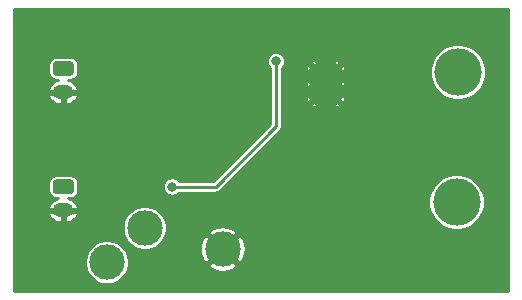
<source format=gbr>
G04 #@! TF.GenerationSoftware,KiCad,Pcbnew,(5.1.5)-3*
G04 #@! TF.CreationDate,2020-10-29T10:50:42+02:00*
G04 #@! TF.ProjectId,al8843,616c3838-3433-42e6-9b69-6361645f7063,rev?*
G04 #@! TF.SameCoordinates,Original*
G04 #@! TF.FileFunction,Copper,L2,Bot*
G04 #@! TF.FilePolarity,Positive*
%FSLAX46Y46*%
G04 Gerber Fmt 4.6, Leading zero omitted, Abs format (unit mm)*
G04 Created by KiCad (PCBNEW (5.1.5)-3) date 2020-10-29 10:50:42*
%MOMM*%
%LPD*%
G04 APERTURE LIST*
%ADD10C,0.100000*%
%ADD11O,1.750000X1.200000*%
%ADD12C,4.000000*%
%ADD13C,3.000000*%
%ADD14C,0.500000*%
%ADD15C,0.800000*%
%ADD16C,0.500000*%
%ADD17C,0.300000*%
%ADD18C,0.250000*%
%ADD19C,0.254000*%
G04 APERTURE END LIST*
G04 #@! TA.AperFunction,ComponentPad*
D10*
G36*
X124449505Y-34101204D02*
G01*
X124473773Y-34104804D01*
X124497572Y-34110765D01*
X124520671Y-34119030D01*
X124542850Y-34129520D01*
X124563893Y-34142132D01*
X124583599Y-34156747D01*
X124601777Y-34173223D01*
X124618253Y-34191401D01*
X124632868Y-34211107D01*
X124645480Y-34232150D01*
X124655970Y-34254329D01*
X124664235Y-34277428D01*
X124670196Y-34301227D01*
X124673796Y-34325495D01*
X124675000Y-34349999D01*
X124675000Y-35050001D01*
X124673796Y-35074505D01*
X124670196Y-35098773D01*
X124664235Y-35122572D01*
X124655970Y-35145671D01*
X124645480Y-35167850D01*
X124632868Y-35188893D01*
X124618253Y-35208599D01*
X124601777Y-35226777D01*
X124583599Y-35243253D01*
X124563893Y-35257868D01*
X124542850Y-35270480D01*
X124520671Y-35280970D01*
X124497572Y-35289235D01*
X124473773Y-35295196D01*
X124449505Y-35298796D01*
X124425001Y-35300000D01*
X123174999Y-35300000D01*
X123150495Y-35298796D01*
X123126227Y-35295196D01*
X123102428Y-35289235D01*
X123079329Y-35280970D01*
X123057150Y-35270480D01*
X123036107Y-35257868D01*
X123016401Y-35243253D01*
X122998223Y-35226777D01*
X122981747Y-35208599D01*
X122967132Y-35188893D01*
X122954520Y-35167850D01*
X122944030Y-35145671D01*
X122935765Y-35122572D01*
X122929804Y-35098773D01*
X122926204Y-35074505D01*
X122925000Y-35050001D01*
X122925000Y-34349999D01*
X122926204Y-34325495D01*
X122929804Y-34301227D01*
X122935765Y-34277428D01*
X122944030Y-34254329D01*
X122954520Y-34232150D01*
X122967132Y-34211107D01*
X122981747Y-34191401D01*
X122998223Y-34173223D01*
X123016401Y-34156747D01*
X123036107Y-34142132D01*
X123057150Y-34129520D01*
X123079329Y-34119030D01*
X123102428Y-34110765D01*
X123126227Y-34104804D01*
X123150495Y-34101204D01*
X123174999Y-34100000D01*
X124425001Y-34100000D01*
X124449505Y-34101204D01*
G37*
G04 #@! TD.AperFunction*
D11*
X123800000Y-36700000D03*
X123800000Y-46700000D03*
G04 #@! TA.AperFunction,ComponentPad*
D10*
G36*
X124449505Y-44101204D02*
G01*
X124473773Y-44104804D01*
X124497572Y-44110765D01*
X124520671Y-44119030D01*
X124542850Y-44129520D01*
X124563893Y-44142132D01*
X124583599Y-44156747D01*
X124601777Y-44173223D01*
X124618253Y-44191401D01*
X124632868Y-44211107D01*
X124645480Y-44232150D01*
X124655970Y-44254329D01*
X124664235Y-44277428D01*
X124670196Y-44301227D01*
X124673796Y-44325495D01*
X124675000Y-44349999D01*
X124675000Y-45050001D01*
X124673796Y-45074505D01*
X124670196Y-45098773D01*
X124664235Y-45122572D01*
X124655970Y-45145671D01*
X124645480Y-45167850D01*
X124632868Y-45188893D01*
X124618253Y-45208599D01*
X124601777Y-45226777D01*
X124583599Y-45243253D01*
X124563893Y-45257868D01*
X124542850Y-45270480D01*
X124520671Y-45280970D01*
X124497572Y-45289235D01*
X124473773Y-45295196D01*
X124449505Y-45298796D01*
X124425001Y-45300000D01*
X123174999Y-45300000D01*
X123150495Y-45298796D01*
X123126227Y-45295196D01*
X123102428Y-45289235D01*
X123079329Y-45280970D01*
X123057150Y-45270480D01*
X123036107Y-45257868D01*
X123016401Y-45243253D01*
X122998223Y-45226777D01*
X122981747Y-45208599D01*
X122967132Y-45188893D01*
X122954520Y-45167850D01*
X122944030Y-45145671D01*
X122935765Y-45122572D01*
X122929804Y-45098773D01*
X122926204Y-45074505D01*
X122925000Y-45050001D01*
X122925000Y-44349999D01*
X122926204Y-44325495D01*
X122929804Y-44301227D01*
X122935765Y-44277428D01*
X122944030Y-44254329D01*
X122954520Y-44232150D01*
X122967132Y-44211107D01*
X122981747Y-44191401D01*
X122998223Y-44173223D01*
X123016401Y-44156747D01*
X123036107Y-44142132D01*
X123057150Y-44129520D01*
X123079329Y-44119030D01*
X123102428Y-44110765D01*
X123126227Y-44104804D01*
X123150495Y-44101204D01*
X123174999Y-44100000D01*
X124425001Y-44100000D01*
X124449505Y-44101204D01*
G37*
G04 #@! TD.AperFunction*
D12*
X157200000Y-35000000D03*
X157100000Y-46000000D03*
D13*
X130700000Y-48200000D03*
X127500000Y-51100000D03*
X137300000Y-50000000D03*
D14*
X146955000Y-37300000D03*
X145045000Y-37300000D03*
X146955000Y-36000000D03*
X145045000Y-36000000D03*
X146955000Y-34700000D03*
X145045000Y-34700000D03*
G04 #@! TA.AperFunction,Conductor*
D10*
G36*
X146979506Y-34451204D02*
G01*
X147003774Y-34454804D01*
X147027573Y-34460765D01*
X147050672Y-34469030D01*
X147072850Y-34479519D01*
X147093893Y-34492132D01*
X147113599Y-34506747D01*
X147131777Y-34523223D01*
X147148253Y-34541401D01*
X147162868Y-34561107D01*
X147175481Y-34582150D01*
X147185970Y-34604328D01*
X147194235Y-34627427D01*
X147200196Y-34651226D01*
X147203796Y-34675494D01*
X147205000Y-34699998D01*
X147205000Y-37300002D01*
X147203796Y-37324506D01*
X147200196Y-37348774D01*
X147194235Y-37372573D01*
X147185970Y-37395672D01*
X147175481Y-37417850D01*
X147162868Y-37438893D01*
X147148253Y-37458599D01*
X147131777Y-37476777D01*
X147113599Y-37493253D01*
X147093893Y-37507868D01*
X147072850Y-37520481D01*
X147050672Y-37530970D01*
X147027573Y-37539235D01*
X147003774Y-37545196D01*
X146979506Y-37548796D01*
X146955002Y-37550000D01*
X145044998Y-37550000D01*
X145020494Y-37548796D01*
X144996226Y-37545196D01*
X144972427Y-37539235D01*
X144949328Y-37530970D01*
X144927150Y-37520481D01*
X144906107Y-37507868D01*
X144886401Y-37493253D01*
X144868223Y-37476777D01*
X144851747Y-37458599D01*
X144837132Y-37438893D01*
X144824519Y-37417850D01*
X144814030Y-37395672D01*
X144805765Y-37372573D01*
X144799804Y-37348774D01*
X144796204Y-37324506D01*
X144795000Y-37300002D01*
X144795000Y-34699998D01*
X144796204Y-34675494D01*
X144799804Y-34651226D01*
X144805765Y-34627427D01*
X144814030Y-34604328D01*
X144824519Y-34582150D01*
X144837132Y-34561107D01*
X144851747Y-34541401D01*
X144868223Y-34523223D01*
X144886401Y-34506747D01*
X144906107Y-34492132D01*
X144927150Y-34479519D01*
X144949328Y-34469030D01*
X144972427Y-34460765D01*
X144996226Y-34454804D01*
X145020494Y-34451204D01*
X145044998Y-34450000D01*
X146955002Y-34450000D01*
X146979506Y-34451204D01*
G37*
G04 #@! TD.AperFunction*
D15*
X137600000Y-38200000D03*
X140100000Y-38200000D03*
X138800000Y-38200000D03*
X127700000Y-38800000D03*
X130100000Y-38800000D03*
X128900000Y-38800000D03*
X150550000Y-38800000D03*
X151700000Y-38800000D03*
X153050000Y-38800000D03*
X153050000Y-37600000D03*
X151750000Y-37600000D03*
X150550000Y-37600000D03*
X150550000Y-36650000D03*
X151750000Y-36650000D03*
X153050000Y-36650000D03*
X141800000Y-34100000D03*
X133000000Y-44700000D03*
D16*
X146000000Y-36345000D02*
X145045000Y-37300000D01*
X146000000Y-36000000D02*
X146000000Y-36345000D01*
D17*
X150550000Y-38800000D02*
X151700000Y-38800000D01*
X153050000Y-38800000D02*
X153050000Y-37600000D01*
X151750000Y-37600000D02*
X150550000Y-37600000D01*
X150550000Y-36650000D02*
X151750000Y-36650000D01*
D18*
X133000000Y-44700000D02*
X136700000Y-44700000D01*
X141800000Y-39600000D02*
X141800000Y-34100000D01*
X136700000Y-44700000D02*
X141800000Y-39600000D01*
D19*
G36*
X161473000Y-53573000D02*
G01*
X119627000Y-53573000D01*
X119627000Y-50914738D01*
X125619000Y-50914738D01*
X125619000Y-51285262D01*
X125691286Y-51648667D01*
X125833080Y-51990987D01*
X126038932Y-52299067D01*
X126300933Y-52561068D01*
X126609013Y-52766920D01*
X126951333Y-52908714D01*
X127314738Y-52981000D01*
X127685262Y-52981000D01*
X128048667Y-52908714D01*
X128390987Y-52766920D01*
X128699067Y-52561068D01*
X128961068Y-52299067D01*
X129166920Y-51990987D01*
X129308714Y-51648667D01*
X129362602Y-51377752D01*
X136096197Y-51377752D01*
X136263666Y-51635653D01*
X136602679Y-51806403D01*
X136968489Y-51907734D01*
X137347040Y-51935751D01*
X137723782Y-51889379D01*
X138084239Y-51770400D01*
X138336334Y-51635653D01*
X138503803Y-51377752D01*
X137300000Y-50173948D01*
X136096197Y-51377752D01*
X129362602Y-51377752D01*
X129381000Y-51285262D01*
X129381000Y-50914738D01*
X129308714Y-50551333D01*
X129166920Y-50209013D01*
X128961068Y-49900933D01*
X128699067Y-49638932D01*
X128390987Y-49433080D01*
X128048667Y-49291286D01*
X127685262Y-49219000D01*
X127314738Y-49219000D01*
X126951333Y-49291286D01*
X126609013Y-49433080D01*
X126300933Y-49638932D01*
X126038932Y-49900933D01*
X125833080Y-50209013D01*
X125691286Y-50551333D01*
X125619000Y-50914738D01*
X119627000Y-50914738D01*
X119627000Y-48014738D01*
X128819000Y-48014738D01*
X128819000Y-48385262D01*
X128891286Y-48748667D01*
X129033080Y-49090987D01*
X129238932Y-49399067D01*
X129500933Y-49661068D01*
X129809013Y-49866920D01*
X130151333Y-50008714D01*
X130514738Y-50081000D01*
X130885262Y-50081000D01*
X131055989Y-50047040D01*
X135364249Y-50047040D01*
X135410621Y-50423782D01*
X135529600Y-50784239D01*
X135664347Y-51036334D01*
X135922248Y-51203803D01*
X137126052Y-50000000D01*
X137473948Y-50000000D01*
X138677752Y-51203803D01*
X138935653Y-51036334D01*
X139106403Y-50697321D01*
X139207734Y-50331511D01*
X139235751Y-49952960D01*
X139189379Y-49576218D01*
X139070400Y-49215761D01*
X138935653Y-48963666D01*
X138677752Y-48796197D01*
X137473948Y-50000000D01*
X137126052Y-50000000D01*
X135922248Y-48796197D01*
X135664347Y-48963666D01*
X135493597Y-49302679D01*
X135392266Y-49668489D01*
X135364249Y-50047040D01*
X131055989Y-50047040D01*
X131248667Y-50008714D01*
X131590987Y-49866920D01*
X131899067Y-49661068D01*
X132161068Y-49399067D01*
X132366920Y-49090987D01*
X132508714Y-48748667D01*
X132533860Y-48622248D01*
X136096197Y-48622248D01*
X137300000Y-49826052D01*
X138503803Y-48622248D01*
X138336334Y-48364347D01*
X137997321Y-48193597D01*
X137631511Y-48092266D01*
X137252960Y-48064249D01*
X136876218Y-48110621D01*
X136515761Y-48229600D01*
X136263666Y-48364347D01*
X136096197Y-48622248D01*
X132533860Y-48622248D01*
X132581000Y-48385262D01*
X132581000Y-48014738D01*
X132508714Y-47651333D01*
X132366920Y-47309013D01*
X132161068Y-47000933D01*
X131899067Y-46738932D01*
X131590987Y-46533080D01*
X131248667Y-46391286D01*
X130885262Y-46319000D01*
X130514738Y-46319000D01*
X130151333Y-46391286D01*
X129809013Y-46533080D01*
X129500933Y-46738932D01*
X129238932Y-47000933D01*
X129033080Y-47309013D01*
X128891286Y-47651333D01*
X128819000Y-48014738D01*
X119627000Y-48014738D01*
X119627000Y-46980987D01*
X122537187Y-46980987D01*
X122602746Y-47168300D01*
X122711828Y-47339224D01*
X122852159Y-47485584D01*
X123018347Y-47601754D01*
X123204006Y-47683270D01*
X123402000Y-47727000D01*
X123677000Y-47727000D01*
X123677000Y-46823000D01*
X123923000Y-46823000D01*
X123923000Y-47727000D01*
X124198000Y-47727000D01*
X124395994Y-47683270D01*
X124581653Y-47601754D01*
X124747841Y-47485584D01*
X124888172Y-47339224D01*
X124997254Y-47168300D01*
X125062813Y-46980987D01*
X124986993Y-46823000D01*
X123923000Y-46823000D01*
X123677000Y-46823000D01*
X122613007Y-46823000D01*
X122537187Y-46980987D01*
X119627000Y-46980987D01*
X119627000Y-46419013D01*
X122537187Y-46419013D01*
X122613007Y-46577000D01*
X123677000Y-46577000D01*
X123677000Y-46557000D01*
X123923000Y-46557000D01*
X123923000Y-46577000D01*
X124986993Y-46577000D01*
X125062813Y-46419013D01*
X124997254Y-46231700D01*
X124888172Y-46060776D01*
X124747841Y-45914416D01*
X124581653Y-45798246D01*
X124507054Y-45765492D01*
X154719000Y-45765492D01*
X154719000Y-46234508D01*
X154810500Y-46694512D01*
X154989985Y-47127827D01*
X155250556Y-47517799D01*
X155582201Y-47849444D01*
X155972173Y-48110015D01*
X156405488Y-48289500D01*
X156865492Y-48381000D01*
X157334508Y-48381000D01*
X157794512Y-48289500D01*
X158227827Y-48110015D01*
X158617799Y-47849444D01*
X158949444Y-47517799D01*
X159210015Y-47127827D01*
X159389500Y-46694512D01*
X159481000Y-46234508D01*
X159481000Y-45765492D01*
X159389500Y-45305488D01*
X159210015Y-44872173D01*
X158949444Y-44482201D01*
X158617799Y-44150556D01*
X158227827Y-43889985D01*
X157794512Y-43710500D01*
X157334508Y-43619000D01*
X156865492Y-43619000D01*
X156405488Y-43710500D01*
X155972173Y-43889985D01*
X155582201Y-44150556D01*
X155250556Y-44482201D01*
X154989985Y-44872173D01*
X154810500Y-45305488D01*
X154719000Y-45765492D01*
X124507054Y-45765492D01*
X124395994Y-45716730D01*
X124242566Y-45682843D01*
X124425001Y-45682843D01*
X124548462Y-45670683D01*
X124667179Y-45634671D01*
X124776589Y-45576190D01*
X124872488Y-45497488D01*
X124951190Y-45401589D01*
X125009671Y-45292179D01*
X125045683Y-45173462D01*
X125057843Y-45050001D01*
X125057843Y-44623078D01*
X132219000Y-44623078D01*
X132219000Y-44776922D01*
X132249013Y-44927809D01*
X132307887Y-45069942D01*
X132393358Y-45197859D01*
X132502141Y-45306642D01*
X132630058Y-45392113D01*
X132772191Y-45450987D01*
X132923078Y-45481000D01*
X133076922Y-45481000D01*
X133227809Y-45450987D01*
X133369942Y-45392113D01*
X133497859Y-45306642D01*
X133598501Y-45206000D01*
X136675154Y-45206000D01*
X136700000Y-45208447D01*
X136724846Y-45206000D01*
X136724854Y-45206000D01*
X136799193Y-45198678D01*
X136894575Y-45169745D01*
X136982479Y-45122759D01*
X137059527Y-45059527D01*
X137075376Y-45040215D01*
X142140220Y-39975372D01*
X142159527Y-39959527D01*
X142222759Y-39882479D01*
X142269745Y-39794575D01*
X142298678Y-39699193D01*
X142306000Y-39624854D01*
X142306000Y-39624847D01*
X142308447Y-39600001D01*
X142306000Y-39575155D01*
X142306000Y-37783082D01*
X144735866Y-37783082D01*
X144751243Y-37913581D01*
X144876592Y-37959101D01*
X145008412Y-37979291D01*
X145141638Y-37973377D01*
X145271150Y-37941586D01*
X145338757Y-37913581D01*
X145354134Y-37783082D01*
X146645866Y-37783082D01*
X146661243Y-37913581D01*
X146786592Y-37959101D01*
X146918412Y-37979291D01*
X147051638Y-37973377D01*
X147181150Y-37941586D01*
X147248757Y-37913581D01*
X147264134Y-37783082D01*
X146955000Y-37473948D01*
X146645866Y-37783082D01*
X145354134Y-37783082D01*
X145045000Y-37473948D01*
X144735866Y-37783082D01*
X142306000Y-37783082D01*
X142306000Y-37263412D01*
X144365709Y-37263412D01*
X144371623Y-37396638D01*
X144403414Y-37526150D01*
X144431419Y-37593757D01*
X144561918Y-37609134D01*
X144871052Y-37300000D01*
X145218948Y-37300000D01*
X145528082Y-37609134D01*
X145658581Y-37593757D01*
X145704101Y-37468408D01*
X145724291Y-37336588D01*
X145721043Y-37263412D01*
X146275709Y-37263412D01*
X146281623Y-37396638D01*
X146313414Y-37526150D01*
X146341419Y-37593757D01*
X146471918Y-37609134D01*
X146781052Y-37300000D01*
X147128948Y-37300000D01*
X147438082Y-37609134D01*
X147568581Y-37593757D01*
X147614101Y-37468408D01*
X147634291Y-37336588D01*
X147628377Y-37203362D01*
X147596586Y-37073850D01*
X147568581Y-37006243D01*
X147438082Y-36990866D01*
X147128948Y-37300000D01*
X146781052Y-37300000D01*
X146471918Y-36990866D01*
X146341419Y-37006243D01*
X146295899Y-37131592D01*
X146275709Y-37263412D01*
X145721043Y-37263412D01*
X145718377Y-37203362D01*
X145686586Y-37073850D01*
X145658581Y-37006243D01*
X145528082Y-36990866D01*
X145218948Y-37300000D01*
X144871052Y-37300000D01*
X144561918Y-36990866D01*
X144431419Y-37006243D01*
X144385899Y-37131592D01*
X144365709Y-37263412D01*
X142306000Y-37263412D01*
X142306000Y-36483082D01*
X144735866Y-36483082D01*
X144751243Y-36613581D01*
X144852175Y-36650234D01*
X144818850Y-36658414D01*
X144751243Y-36686419D01*
X144735866Y-36816918D01*
X145045000Y-37126052D01*
X145354134Y-36816918D01*
X145338757Y-36686419D01*
X145237825Y-36649766D01*
X145271150Y-36641586D01*
X145338757Y-36613581D01*
X145354134Y-36483082D01*
X146645866Y-36483082D01*
X146661243Y-36613581D01*
X146762175Y-36650234D01*
X146728850Y-36658414D01*
X146661243Y-36686419D01*
X146645866Y-36816918D01*
X146955000Y-37126052D01*
X147264134Y-36816918D01*
X147248757Y-36686419D01*
X147147825Y-36649766D01*
X147181150Y-36641586D01*
X147248757Y-36613581D01*
X147264134Y-36483082D01*
X146955000Y-36173948D01*
X146645866Y-36483082D01*
X145354134Y-36483082D01*
X145045000Y-36173948D01*
X144735866Y-36483082D01*
X142306000Y-36483082D01*
X142306000Y-35963412D01*
X144365709Y-35963412D01*
X144371623Y-36096638D01*
X144403414Y-36226150D01*
X144431419Y-36293757D01*
X144561918Y-36309134D01*
X144871052Y-36000000D01*
X145218948Y-36000000D01*
X145528082Y-36309134D01*
X145658581Y-36293757D01*
X145704101Y-36168408D01*
X145724291Y-36036588D01*
X145721043Y-35963412D01*
X146275709Y-35963412D01*
X146281623Y-36096638D01*
X146313414Y-36226150D01*
X146341419Y-36293757D01*
X146471918Y-36309134D01*
X146781052Y-36000000D01*
X147128948Y-36000000D01*
X147438082Y-36309134D01*
X147568581Y-36293757D01*
X147614101Y-36168408D01*
X147634291Y-36036588D01*
X147628377Y-35903362D01*
X147596586Y-35773850D01*
X147568581Y-35706243D01*
X147438082Y-35690866D01*
X147128948Y-36000000D01*
X146781052Y-36000000D01*
X146471918Y-35690866D01*
X146341419Y-35706243D01*
X146295899Y-35831592D01*
X146275709Y-35963412D01*
X145721043Y-35963412D01*
X145718377Y-35903362D01*
X145686586Y-35773850D01*
X145658581Y-35706243D01*
X145528082Y-35690866D01*
X145218948Y-36000000D01*
X144871052Y-36000000D01*
X144561918Y-35690866D01*
X144431419Y-35706243D01*
X144385899Y-35831592D01*
X144365709Y-35963412D01*
X142306000Y-35963412D01*
X142306000Y-35183082D01*
X144735866Y-35183082D01*
X144751243Y-35313581D01*
X144852175Y-35350234D01*
X144818850Y-35358414D01*
X144751243Y-35386419D01*
X144735866Y-35516918D01*
X145045000Y-35826052D01*
X145354134Y-35516918D01*
X145338757Y-35386419D01*
X145237825Y-35349766D01*
X145271150Y-35341586D01*
X145338757Y-35313581D01*
X145354134Y-35183082D01*
X146645866Y-35183082D01*
X146661243Y-35313581D01*
X146762175Y-35350234D01*
X146728850Y-35358414D01*
X146661243Y-35386419D01*
X146645866Y-35516918D01*
X146955000Y-35826052D01*
X147264134Y-35516918D01*
X147248757Y-35386419D01*
X147147825Y-35349766D01*
X147181150Y-35341586D01*
X147248757Y-35313581D01*
X147264134Y-35183082D01*
X146955000Y-34873948D01*
X146645866Y-35183082D01*
X145354134Y-35183082D01*
X145045000Y-34873948D01*
X144735866Y-35183082D01*
X142306000Y-35183082D01*
X142306000Y-34698501D01*
X142341089Y-34663412D01*
X144365709Y-34663412D01*
X144371623Y-34796638D01*
X144403414Y-34926150D01*
X144431419Y-34993757D01*
X144561918Y-35009134D01*
X144871052Y-34700000D01*
X145218948Y-34700000D01*
X145528082Y-35009134D01*
X145658581Y-34993757D01*
X145704101Y-34868408D01*
X145724291Y-34736588D01*
X145721043Y-34663412D01*
X146275709Y-34663412D01*
X146281623Y-34796638D01*
X146313414Y-34926150D01*
X146341419Y-34993757D01*
X146471918Y-35009134D01*
X146781052Y-34700000D01*
X147128948Y-34700000D01*
X147438082Y-35009134D01*
X147568581Y-34993757D01*
X147614101Y-34868408D01*
X147629863Y-34765492D01*
X154819000Y-34765492D01*
X154819000Y-35234508D01*
X154910500Y-35694512D01*
X155089985Y-36127827D01*
X155350556Y-36517799D01*
X155682201Y-36849444D01*
X156072173Y-37110015D01*
X156505488Y-37289500D01*
X156965492Y-37381000D01*
X157434508Y-37381000D01*
X157894512Y-37289500D01*
X158327827Y-37110015D01*
X158717799Y-36849444D01*
X159049444Y-36517799D01*
X159310015Y-36127827D01*
X159489500Y-35694512D01*
X159581000Y-35234508D01*
X159581000Y-34765492D01*
X159489500Y-34305488D01*
X159310015Y-33872173D01*
X159049444Y-33482201D01*
X158717799Y-33150556D01*
X158327827Y-32889985D01*
X157894512Y-32710500D01*
X157434508Y-32619000D01*
X156965492Y-32619000D01*
X156505488Y-32710500D01*
X156072173Y-32889985D01*
X155682201Y-33150556D01*
X155350556Y-33482201D01*
X155089985Y-33872173D01*
X154910500Y-34305488D01*
X154819000Y-34765492D01*
X147629863Y-34765492D01*
X147634291Y-34736588D01*
X147628377Y-34603362D01*
X147596586Y-34473850D01*
X147568581Y-34406243D01*
X147438082Y-34390866D01*
X147128948Y-34700000D01*
X146781052Y-34700000D01*
X146471918Y-34390866D01*
X146341419Y-34406243D01*
X146295899Y-34531592D01*
X146275709Y-34663412D01*
X145721043Y-34663412D01*
X145718377Y-34603362D01*
X145686586Y-34473850D01*
X145658581Y-34406243D01*
X145528082Y-34390866D01*
X145218948Y-34700000D01*
X144871052Y-34700000D01*
X144561918Y-34390866D01*
X144431419Y-34406243D01*
X144385899Y-34531592D01*
X144365709Y-34663412D01*
X142341089Y-34663412D01*
X142406642Y-34597859D01*
X142492113Y-34469942D01*
X142550987Y-34327809D01*
X142573044Y-34216918D01*
X144735866Y-34216918D01*
X145045000Y-34526052D01*
X145354134Y-34216918D01*
X146645866Y-34216918D01*
X146955000Y-34526052D01*
X147264134Y-34216918D01*
X147248757Y-34086419D01*
X147123408Y-34040899D01*
X146991588Y-34020709D01*
X146858362Y-34026623D01*
X146728850Y-34058414D01*
X146661243Y-34086419D01*
X146645866Y-34216918D01*
X145354134Y-34216918D01*
X145338757Y-34086419D01*
X145213408Y-34040899D01*
X145081588Y-34020709D01*
X144948362Y-34026623D01*
X144818850Y-34058414D01*
X144751243Y-34086419D01*
X144735866Y-34216918D01*
X142573044Y-34216918D01*
X142581000Y-34176922D01*
X142581000Y-34023078D01*
X142550987Y-33872191D01*
X142492113Y-33730058D01*
X142406642Y-33602141D01*
X142297859Y-33493358D01*
X142169942Y-33407887D01*
X142027809Y-33349013D01*
X141876922Y-33319000D01*
X141723078Y-33319000D01*
X141572191Y-33349013D01*
X141430058Y-33407887D01*
X141302141Y-33493358D01*
X141193358Y-33602141D01*
X141107887Y-33730058D01*
X141049013Y-33872191D01*
X141019000Y-34023078D01*
X141019000Y-34176922D01*
X141049013Y-34327809D01*
X141107887Y-34469942D01*
X141193358Y-34597859D01*
X141294001Y-34698502D01*
X141294000Y-39390408D01*
X136490409Y-44194000D01*
X133598501Y-44194000D01*
X133497859Y-44093358D01*
X133369942Y-44007887D01*
X133227809Y-43949013D01*
X133076922Y-43919000D01*
X132923078Y-43919000D01*
X132772191Y-43949013D01*
X132630058Y-44007887D01*
X132502141Y-44093358D01*
X132393358Y-44202141D01*
X132307887Y-44330058D01*
X132249013Y-44472191D01*
X132219000Y-44623078D01*
X125057843Y-44623078D01*
X125057843Y-44349999D01*
X125045683Y-44226538D01*
X125009671Y-44107821D01*
X124951190Y-43998411D01*
X124872488Y-43902512D01*
X124776589Y-43823810D01*
X124667179Y-43765329D01*
X124548462Y-43729317D01*
X124425001Y-43717157D01*
X123174999Y-43717157D01*
X123051538Y-43729317D01*
X122932821Y-43765329D01*
X122823411Y-43823810D01*
X122727512Y-43902512D01*
X122648810Y-43998411D01*
X122590329Y-44107821D01*
X122554317Y-44226538D01*
X122542157Y-44349999D01*
X122542157Y-45050001D01*
X122554317Y-45173462D01*
X122590329Y-45292179D01*
X122648810Y-45401589D01*
X122727512Y-45497488D01*
X122823411Y-45576190D01*
X122932821Y-45634671D01*
X123051538Y-45670683D01*
X123174999Y-45682843D01*
X123357434Y-45682843D01*
X123204006Y-45716730D01*
X123018347Y-45798246D01*
X122852159Y-45914416D01*
X122711828Y-46060776D01*
X122602746Y-46231700D01*
X122537187Y-46419013D01*
X119627000Y-46419013D01*
X119627000Y-36980987D01*
X122537187Y-36980987D01*
X122602746Y-37168300D01*
X122711828Y-37339224D01*
X122852159Y-37485584D01*
X123018347Y-37601754D01*
X123204006Y-37683270D01*
X123402000Y-37727000D01*
X123677000Y-37727000D01*
X123677000Y-36823000D01*
X123923000Y-36823000D01*
X123923000Y-37727000D01*
X124198000Y-37727000D01*
X124395994Y-37683270D01*
X124581653Y-37601754D01*
X124747841Y-37485584D01*
X124888172Y-37339224D01*
X124997254Y-37168300D01*
X125062813Y-36980987D01*
X124986993Y-36823000D01*
X123923000Y-36823000D01*
X123677000Y-36823000D01*
X122613007Y-36823000D01*
X122537187Y-36980987D01*
X119627000Y-36980987D01*
X119627000Y-36419013D01*
X122537187Y-36419013D01*
X122613007Y-36577000D01*
X123677000Y-36577000D01*
X123677000Y-36557000D01*
X123923000Y-36557000D01*
X123923000Y-36577000D01*
X124986993Y-36577000D01*
X125062813Y-36419013D01*
X124997254Y-36231700D01*
X124888172Y-36060776D01*
X124747841Y-35914416D01*
X124581653Y-35798246D01*
X124395994Y-35716730D01*
X124242566Y-35682843D01*
X124425001Y-35682843D01*
X124548462Y-35670683D01*
X124667179Y-35634671D01*
X124776589Y-35576190D01*
X124872488Y-35497488D01*
X124951190Y-35401589D01*
X125009671Y-35292179D01*
X125045683Y-35173462D01*
X125057843Y-35050001D01*
X125057843Y-34349999D01*
X125045683Y-34226538D01*
X125009671Y-34107821D01*
X124951190Y-33998411D01*
X124872488Y-33902512D01*
X124776589Y-33823810D01*
X124667179Y-33765329D01*
X124548462Y-33729317D01*
X124425001Y-33717157D01*
X123174999Y-33717157D01*
X123051538Y-33729317D01*
X122932821Y-33765329D01*
X122823411Y-33823810D01*
X122727512Y-33902512D01*
X122648810Y-33998411D01*
X122590329Y-34107821D01*
X122554317Y-34226538D01*
X122542157Y-34349999D01*
X122542157Y-35050001D01*
X122554317Y-35173462D01*
X122590329Y-35292179D01*
X122648810Y-35401589D01*
X122727512Y-35497488D01*
X122823411Y-35576190D01*
X122932821Y-35634671D01*
X123051538Y-35670683D01*
X123174999Y-35682843D01*
X123357434Y-35682843D01*
X123204006Y-35716730D01*
X123018347Y-35798246D01*
X122852159Y-35914416D01*
X122711828Y-36060776D01*
X122602746Y-36231700D01*
X122537187Y-36419013D01*
X119627000Y-36419013D01*
X119627000Y-29627000D01*
X161473000Y-29627000D01*
X161473000Y-53573000D01*
G37*
X161473000Y-53573000D02*
X119627000Y-53573000D01*
X119627000Y-50914738D01*
X125619000Y-50914738D01*
X125619000Y-51285262D01*
X125691286Y-51648667D01*
X125833080Y-51990987D01*
X126038932Y-52299067D01*
X126300933Y-52561068D01*
X126609013Y-52766920D01*
X126951333Y-52908714D01*
X127314738Y-52981000D01*
X127685262Y-52981000D01*
X128048667Y-52908714D01*
X128390987Y-52766920D01*
X128699067Y-52561068D01*
X128961068Y-52299067D01*
X129166920Y-51990987D01*
X129308714Y-51648667D01*
X129362602Y-51377752D01*
X136096197Y-51377752D01*
X136263666Y-51635653D01*
X136602679Y-51806403D01*
X136968489Y-51907734D01*
X137347040Y-51935751D01*
X137723782Y-51889379D01*
X138084239Y-51770400D01*
X138336334Y-51635653D01*
X138503803Y-51377752D01*
X137300000Y-50173948D01*
X136096197Y-51377752D01*
X129362602Y-51377752D01*
X129381000Y-51285262D01*
X129381000Y-50914738D01*
X129308714Y-50551333D01*
X129166920Y-50209013D01*
X128961068Y-49900933D01*
X128699067Y-49638932D01*
X128390987Y-49433080D01*
X128048667Y-49291286D01*
X127685262Y-49219000D01*
X127314738Y-49219000D01*
X126951333Y-49291286D01*
X126609013Y-49433080D01*
X126300933Y-49638932D01*
X126038932Y-49900933D01*
X125833080Y-50209013D01*
X125691286Y-50551333D01*
X125619000Y-50914738D01*
X119627000Y-50914738D01*
X119627000Y-48014738D01*
X128819000Y-48014738D01*
X128819000Y-48385262D01*
X128891286Y-48748667D01*
X129033080Y-49090987D01*
X129238932Y-49399067D01*
X129500933Y-49661068D01*
X129809013Y-49866920D01*
X130151333Y-50008714D01*
X130514738Y-50081000D01*
X130885262Y-50081000D01*
X131055989Y-50047040D01*
X135364249Y-50047040D01*
X135410621Y-50423782D01*
X135529600Y-50784239D01*
X135664347Y-51036334D01*
X135922248Y-51203803D01*
X137126052Y-50000000D01*
X137473948Y-50000000D01*
X138677752Y-51203803D01*
X138935653Y-51036334D01*
X139106403Y-50697321D01*
X139207734Y-50331511D01*
X139235751Y-49952960D01*
X139189379Y-49576218D01*
X139070400Y-49215761D01*
X138935653Y-48963666D01*
X138677752Y-48796197D01*
X137473948Y-50000000D01*
X137126052Y-50000000D01*
X135922248Y-48796197D01*
X135664347Y-48963666D01*
X135493597Y-49302679D01*
X135392266Y-49668489D01*
X135364249Y-50047040D01*
X131055989Y-50047040D01*
X131248667Y-50008714D01*
X131590987Y-49866920D01*
X131899067Y-49661068D01*
X132161068Y-49399067D01*
X132366920Y-49090987D01*
X132508714Y-48748667D01*
X132533860Y-48622248D01*
X136096197Y-48622248D01*
X137300000Y-49826052D01*
X138503803Y-48622248D01*
X138336334Y-48364347D01*
X137997321Y-48193597D01*
X137631511Y-48092266D01*
X137252960Y-48064249D01*
X136876218Y-48110621D01*
X136515761Y-48229600D01*
X136263666Y-48364347D01*
X136096197Y-48622248D01*
X132533860Y-48622248D01*
X132581000Y-48385262D01*
X132581000Y-48014738D01*
X132508714Y-47651333D01*
X132366920Y-47309013D01*
X132161068Y-47000933D01*
X131899067Y-46738932D01*
X131590987Y-46533080D01*
X131248667Y-46391286D01*
X130885262Y-46319000D01*
X130514738Y-46319000D01*
X130151333Y-46391286D01*
X129809013Y-46533080D01*
X129500933Y-46738932D01*
X129238932Y-47000933D01*
X129033080Y-47309013D01*
X128891286Y-47651333D01*
X128819000Y-48014738D01*
X119627000Y-48014738D01*
X119627000Y-46980987D01*
X122537187Y-46980987D01*
X122602746Y-47168300D01*
X122711828Y-47339224D01*
X122852159Y-47485584D01*
X123018347Y-47601754D01*
X123204006Y-47683270D01*
X123402000Y-47727000D01*
X123677000Y-47727000D01*
X123677000Y-46823000D01*
X123923000Y-46823000D01*
X123923000Y-47727000D01*
X124198000Y-47727000D01*
X124395994Y-47683270D01*
X124581653Y-47601754D01*
X124747841Y-47485584D01*
X124888172Y-47339224D01*
X124997254Y-47168300D01*
X125062813Y-46980987D01*
X124986993Y-46823000D01*
X123923000Y-46823000D01*
X123677000Y-46823000D01*
X122613007Y-46823000D01*
X122537187Y-46980987D01*
X119627000Y-46980987D01*
X119627000Y-46419013D01*
X122537187Y-46419013D01*
X122613007Y-46577000D01*
X123677000Y-46577000D01*
X123677000Y-46557000D01*
X123923000Y-46557000D01*
X123923000Y-46577000D01*
X124986993Y-46577000D01*
X125062813Y-46419013D01*
X124997254Y-46231700D01*
X124888172Y-46060776D01*
X124747841Y-45914416D01*
X124581653Y-45798246D01*
X124507054Y-45765492D01*
X154719000Y-45765492D01*
X154719000Y-46234508D01*
X154810500Y-46694512D01*
X154989985Y-47127827D01*
X155250556Y-47517799D01*
X155582201Y-47849444D01*
X155972173Y-48110015D01*
X156405488Y-48289500D01*
X156865492Y-48381000D01*
X157334508Y-48381000D01*
X157794512Y-48289500D01*
X158227827Y-48110015D01*
X158617799Y-47849444D01*
X158949444Y-47517799D01*
X159210015Y-47127827D01*
X159389500Y-46694512D01*
X159481000Y-46234508D01*
X159481000Y-45765492D01*
X159389500Y-45305488D01*
X159210015Y-44872173D01*
X158949444Y-44482201D01*
X158617799Y-44150556D01*
X158227827Y-43889985D01*
X157794512Y-43710500D01*
X157334508Y-43619000D01*
X156865492Y-43619000D01*
X156405488Y-43710500D01*
X155972173Y-43889985D01*
X155582201Y-44150556D01*
X155250556Y-44482201D01*
X154989985Y-44872173D01*
X154810500Y-45305488D01*
X154719000Y-45765492D01*
X124507054Y-45765492D01*
X124395994Y-45716730D01*
X124242566Y-45682843D01*
X124425001Y-45682843D01*
X124548462Y-45670683D01*
X124667179Y-45634671D01*
X124776589Y-45576190D01*
X124872488Y-45497488D01*
X124951190Y-45401589D01*
X125009671Y-45292179D01*
X125045683Y-45173462D01*
X125057843Y-45050001D01*
X125057843Y-44623078D01*
X132219000Y-44623078D01*
X132219000Y-44776922D01*
X132249013Y-44927809D01*
X132307887Y-45069942D01*
X132393358Y-45197859D01*
X132502141Y-45306642D01*
X132630058Y-45392113D01*
X132772191Y-45450987D01*
X132923078Y-45481000D01*
X133076922Y-45481000D01*
X133227809Y-45450987D01*
X133369942Y-45392113D01*
X133497859Y-45306642D01*
X133598501Y-45206000D01*
X136675154Y-45206000D01*
X136700000Y-45208447D01*
X136724846Y-45206000D01*
X136724854Y-45206000D01*
X136799193Y-45198678D01*
X136894575Y-45169745D01*
X136982479Y-45122759D01*
X137059527Y-45059527D01*
X137075376Y-45040215D01*
X142140220Y-39975372D01*
X142159527Y-39959527D01*
X142222759Y-39882479D01*
X142269745Y-39794575D01*
X142298678Y-39699193D01*
X142306000Y-39624854D01*
X142306000Y-39624847D01*
X142308447Y-39600001D01*
X142306000Y-39575155D01*
X142306000Y-37783082D01*
X144735866Y-37783082D01*
X144751243Y-37913581D01*
X144876592Y-37959101D01*
X145008412Y-37979291D01*
X145141638Y-37973377D01*
X145271150Y-37941586D01*
X145338757Y-37913581D01*
X145354134Y-37783082D01*
X146645866Y-37783082D01*
X146661243Y-37913581D01*
X146786592Y-37959101D01*
X146918412Y-37979291D01*
X147051638Y-37973377D01*
X147181150Y-37941586D01*
X147248757Y-37913581D01*
X147264134Y-37783082D01*
X146955000Y-37473948D01*
X146645866Y-37783082D01*
X145354134Y-37783082D01*
X145045000Y-37473948D01*
X144735866Y-37783082D01*
X142306000Y-37783082D01*
X142306000Y-37263412D01*
X144365709Y-37263412D01*
X144371623Y-37396638D01*
X144403414Y-37526150D01*
X144431419Y-37593757D01*
X144561918Y-37609134D01*
X144871052Y-37300000D01*
X145218948Y-37300000D01*
X145528082Y-37609134D01*
X145658581Y-37593757D01*
X145704101Y-37468408D01*
X145724291Y-37336588D01*
X145721043Y-37263412D01*
X146275709Y-37263412D01*
X146281623Y-37396638D01*
X146313414Y-37526150D01*
X146341419Y-37593757D01*
X146471918Y-37609134D01*
X146781052Y-37300000D01*
X147128948Y-37300000D01*
X147438082Y-37609134D01*
X147568581Y-37593757D01*
X147614101Y-37468408D01*
X147634291Y-37336588D01*
X147628377Y-37203362D01*
X147596586Y-37073850D01*
X147568581Y-37006243D01*
X147438082Y-36990866D01*
X147128948Y-37300000D01*
X146781052Y-37300000D01*
X146471918Y-36990866D01*
X146341419Y-37006243D01*
X146295899Y-37131592D01*
X146275709Y-37263412D01*
X145721043Y-37263412D01*
X145718377Y-37203362D01*
X145686586Y-37073850D01*
X145658581Y-37006243D01*
X145528082Y-36990866D01*
X145218948Y-37300000D01*
X144871052Y-37300000D01*
X144561918Y-36990866D01*
X144431419Y-37006243D01*
X144385899Y-37131592D01*
X144365709Y-37263412D01*
X142306000Y-37263412D01*
X142306000Y-36483082D01*
X144735866Y-36483082D01*
X144751243Y-36613581D01*
X144852175Y-36650234D01*
X144818850Y-36658414D01*
X144751243Y-36686419D01*
X144735866Y-36816918D01*
X145045000Y-37126052D01*
X145354134Y-36816918D01*
X145338757Y-36686419D01*
X145237825Y-36649766D01*
X145271150Y-36641586D01*
X145338757Y-36613581D01*
X145354134Y-36483082D01*
X146645866Y-36483082D01*
X146661243Y-36613581D01*
X146762175Y-36650234D01*
X146728850Y-36658414D01*
X146661243Y-36686419D01*
X146645866Y-36816918D01*
X146955000Y-37126052D01*
X147264134Y-36816918D01*
X147248757Y-36686419D01*
X147147825Y-36649766D01*
X147181150Y-36641586D01*
X147248757Y-36613581D01*
X147264134Y-36483082D01*
X146955000Y-36173948D01*
X146645866Y-36483082D01*
X145354134Y-36483082D01*
X145045000Y-36173948D01*
X144735866Y-36483082D01*
X142306000Y-36483082D01*
X142306000Y-35963412D01*
X144365709Y-35963412D01*
X144371623Y-36096638D01*
X144403414Y-36226150D01*
X144431419Y-36293757D01*
X144561918Y-36309134D01*
X144871052Y-36000000D01*
X145218948Y-36000000D01*
X145528082Y-36309134D01*
X145658581Y-36293757D01*
X145704101Y-36168408D01*
X145724291Y-36036588D01*
X145721043Y-35963412D01*
X146275709Y-35963412D01*
X146281623Y-36096638D01*
X146313414Y-36226150D01*
X146341419Y-36293757D01*
X146471918Y-36309134D01*
X146781052Y-36000000D01*
X147128948Y-36000000D01*
X147438082Y-36309134D01*
X147568581Y-36293757D01*
X147614101Y-36168408D01*
X147634291Y-36036588D01*
X147628377Y-35903362D01*
X147596586Y-35773850D01*
X147568581Y-35706243D01*
X147438082Y-35690866D01*
X147128948Y-36000000D01*
X146781052Y-36000000D01*
X146471918Y-35690866D01*
X146341419Y-35706243D01*
X146295899Y-35831592D01*
X146275709Y-35963412D01*
X145721043Y-35963412D01*
X145718377Y-35903362D01*
X145686586Y-35773850D01*
X145658581Y-35706243D01*
X145528082Y-35690866D01*
X145218948Y-36000000D01*
X144871052Y-36000000D01*
X144561918Y-35690866D01*
X144431419Y-35706243D01*
X144385899Y-35831592D01*
X144365709Y-35963412D01*
X142306000Y-35963412D01*
X142306000Y-35183082D01*
X144735866Y-35183082D01*
X144751243Y-35313581D01*
X144852175Y-35350234D01*
X144818850Y-35358414D01*
X144751243Y-35386419D01*
X144735866Y-35516918D01*
X145045000Y-35826052D01*
X145354134Y-35516918D01*
X145338757Y-35386419D01*
X145237825Y-35349766D01*
X145271150Y-35341586D01*
X145338757Y-35313581D01*
X145354134Y-35183082D01*
X146645866Y-35183082D01*
X146661243Y-35313581D01*
X146762175Y-35350234D01*
X146728850Y-35358414D01*
X146661243Y-35386419D01*
X146645866Y-35516918D01*
X146955000Y-35826052D01*
X147264134Y-35516918D01*
X147248757Y-35386419D01*
X147147825Y-35349766D01*
X147181150Y-35341586D01*
X147248757Y-35313581D01*
X147264134Y-35183082D01*
X146955000Y-34873948D01*
X146645866Y-35183082D01*
X145354134Y-35183082D01*
X145045000Y-34873948D01*
X144735866Y-35183082D01*
X142306000Y-35183082D01*
X142306000Y-34698501D01*
X142341089Y-34663412D01*
X144365709Y-34663412D01*
X144371623Y-34796638D01*
X144403414Y-34926150D01*
X144431419Y-34993757D01*
X144561918Y-35009134D01*
X144871052Y-34700000D01*
X145218948Y-34700000D01*
X145528082Y-35009134D01*
X145658581Y-34993757D01*
X145704101Y-34868408D01*
X145724291Y-34736588D01*
X145721043Y-34663412D01*
X146275709Y-34663412D01*
X146281623Y-34796638D01*
X146313414Y-34926150D01*
X146341419Y-34993757D01*
X146471918Y-35009134D01*
X146781052Y-34700000D01*
X147128948Y-34700000D01*
X147438082Y-35009134D01*
X147568581Y-34993757D01*
X147614101Y-34868408D01*
X147629863Y-34765492D01*
X154819000Y-34765492D01*
X154819000Y-35234508D01*
X154910500Y-35694512D01*
X155089985Y-36127827D01*
X155350556Y-36517799D01*
X155682201Y-36849444D01*
X156072173Y-37110015D01*
X156505488Y-37289500D01*
X156965492Y-37381000D01*
X157434508Y-37381000D01*
X157894512Y-37289500D01*
X158327827Y-37110015D01*
X158717799Y-36849444D01*
X159049444Y-36517799D01*
X159310015Y-36127827D01*
X159489500Y-35694512D01*
X159581000Y-35234508D01*
X159581000Y-34765492D01*
X159489500Y-34305488D01*
X159310015Y-33872173D01*
X159049444Y-33482201D01*
X158717799Y-33150556D01*
X158327827Y-32889985D01*
X157894512Y-32710500D01*
X157434508Y-32619000D01*
X156965492Y-32619000D01*
X156505488Y-32710500D01*
X156072173Y-32889985D01*
X155682201Y-33150556D01*
X155350556Y-33482201D01*
X155089985Y-33872173D01*
X154910500Y-34305488D01*
X154819000Y-34765492D01*
X147629863Y-34765492D01*
X147634291Y-34736588D01*
X147628377Y-34603362D01*
X147596586Y-34473850D01*
X147568581Y-34406243D01*
X147438082Y-34390866D01*
X147128948Y-34700000D01*
X146781052Y-34700000D01*
X146471918Y-34390866D01*
X146341419Y-34406243D01*
X146295899Y-34531592D01*
X146275709Y-34663412D01*
X145721043Y-34663412D01*
X145718377Y-34603362D01*
X145686586Y-34473850D01*
X145658581Y-34406243D01*
X145528082Y-34390866D01*
X145218948Y-34700000D01*
X144871052Y-34700000D01*
X144561918Y-34390866D01*
X144431419Y-34406243D01*
X144385899Y-34531592D01*
X144365709Y-34663412D01*
X142341089Y-34663412D01*
X142406642Y-34597859D01*
X142492113Y-34469942D01*
X142550987Y-34327809D01*
X142573044Y-34216918D01*
X144735866Y-34216918D01*
X145045000Y-34526052D01*
X145354134Y-34216918D01*
X146645866Y-34216918D01*
X146955000Y-34526052D01*
X147264134Y-34216918D01*
X147248757Y-34086419D01*
X147123408Y-34040899D01*
X146991588Y-34020709D01*
X146858362Y-34026623D01*
X146728850Y-34058414D01*
X146661243Y-34086419D01*
X146645866Y-34216918D01*
X145354134Y-34216918D01*
X145338757Y-34086419D01*
X145213408Y-34040899D01*
X145081588Y-34020709D01*
X144948362Y-34026623D01*
X144818850Y-34058414D01*
X144751243Y-34086419D01*
X144735866Y-34216918D01*
X142573044Y-34216918D01*
X142581000Y-34176922D01*
X142581000Y-34023078D01*
X142550987Y-33872191D01*
X142492113Y-33730058D01*
X142406642Y-33602141D01*
X142297859Y-33493358D01*
X142169942Y-33407887D01*
X142027809Y-33349013D01*
X141876922Y-33319000D01*
X141723078Y-33319000D01*
X141572191Y-33349013D01*
X141430058Y-33407887D01*
X141302141Y-33493358D01*
X141193358Y-33602141D01*
X141107887Y-33730058D01*
X141049013Y-33872191D01*
X141019000Y-34023078D01*
X141019000Y-34176922D01*
X141049013Y-34327809D01*
X141107887Y-34469942D01*
X141193358Y-34597859D01*
X141294001Y-34698502D01*
X141294000Y-39390408D01*
X136490409Y-44194000D01*
X133598501Y-44194000D01*
X133497859Y-44093358D01*
X133369942Y-44007887D01*
X133227809Y-43949013D01*
X133076922Y-43919000D01*
X132923078Y-43919000D01*
X132772191Y-43949013D01*
X132630058Y-44007887D01*
X132502141Y-44093358D01*
X132393358Y-44202141D01*
X132307887Y-44330058D01*
X132249013Y-44472191D01*
X132219000Y-44623078D01*
X125057843Y-44623078D01*
X125057843Y-44349999D01*
X125045683Y-44226538D01*
X125009671Y-44107821D01*
X124951190Y-43998411D01*
X124872488Y-43902512D01*
X124776589Y-43823810D01*
X124667179Y-43765329D01*
X124548462Y-43729317D01*
X124425001Y-43717157D01*
X123174999Y-43717157D01*
X123051538Y-43729317D01*
X122932821Y-43765329D01*
X122823411Y-43823810D01*
X122727512Y-43902512D01*
X122648810Y-43998411D01*
X122590329Y-44107821D01*
X122554317Y-44226538D01*
X122542157Y-44349999D01*
X122542157Y-45050001D01*
X122554317Y-45173462D01*
X122590329Y-45292179D01*
X122648810Y-45401589D01*
X122727512Y-45497488D01*
X122823411Y-45576190D01*
X122932821Y-45634671D01*
X123051538Y-45670683D01*
X123174999Y-45682843D01*
X123357434Y-45682843D01*
X123204006Y-45716730D01*
X123018347Y-45798246D01*
X122852159Y-45914416D01*
X122711828Y-46060776D01*
X122602746Y-46231700D01*
X122537187Y-46419013D01*
X119627000Y-46419013D01*
X119627000Y-36980987D01*
X122537187Y-36980987D01*
X122602746Y-37168300D01*
X122711828Y-37339224D01*
X122852159Y-37485584D01*
X123018347Y-37601754D01*
X123204006Y-37683270D01*
X123402000Y-37727000D01*
X123677000Y-37727000D01*
X123677000Y-36823000D01*
X123923000Y-36823000D01*
X123923000Y-37727000D01*
X124198000Y-37727000D01*
X124395994Y-37683270D01*
X124581653Y-37601754D01*
X124747841Y-37485584D01*
X124888172Y-37339224D01*
X124997254Y-37168300D01*
X125062813Y-36980987D01*
X124986993Y-36823000D01*
X123923000Y-36823000D01*
X123677000Y-36823000D01*
X122613007Y-36823000D01*
X122537187Y-36980987D01*
X119627000Y-36980987D01*
X119627000Y-36419013D01*
X122537187Y-36419013D01*
X122613007Y-36577000D01*
X123677000Y-36577000D01*
X123677000Y-36557000D01*
X123923000Y-36557000D01*
X123923000Y-36577000D01*
X124986993Y-36577000D01*
X125062813Y-36419013D01*
X124997254Y-36231700D01*
X124888172Y-36060776D01*
X124747841Y-35914416D01*
X124581653Y-35798246D01*
X124395994Y-35716730D01*
X124242566Y-35682843D01*
X124425001Y-35682843D01*
X124548462Y-35670683D01*
X124667179Y-35634671D01*
X124776589Y-35576190D01*
X124872488Y-35497488D01*
X124951190Y-35401589D01*
X125009671Y-35292179D01*
X125045683Y-35173462D01*
X125057843Y-35050001D01*
X125057843Y-34349999D01*
X125045683Y-34226538D01*
X125009671Y-34107821D01*
X124951190Y-33998411D01*
X124872488Y-33902512D01*
X124776589Y-33823810D01*
X124667179Y-33765329D01*
X124548462Y-33729317D01*
X124425001Y-33717157D01*
X123174999Y-33717157D01*
X123051538Y-33729317D01*
X122932821Y-33765329D01*
X122823411Y-33823810D01*
X122727512Y-33902512D01*
X122648810Y-33998411D01*
X122590329Y-34107821D01*
X122554317Y-34226538D01*
X122542157Y-34349999D01*
X122542157Y-35050001D01*
X122554317Y-35173462D01*
X122590329Y-35292179D01*
X122648810Y-35401589D01*
X122727512Y-35497488D01*
X122823411Y-35576190D01*
X122932821Y-35634671D01*
X123051538Y-35670683D01*
X123174999Y-35682843D01*
X123357434Y-35682843D01*
X123204006Y-35716730D01*
X123018347Y-35798246D01*
X122852159Y-35914416D01*
X122711828Y-36060776D01*
X122602746Y-36231700D01*
X122537187Y-36419013D01*
X119627000Y-36419013D01*
X119627000Y-29627000D01*
X161473000Y-29627000D01*
X161473000Y-53573000D01*
M02*

</source>
